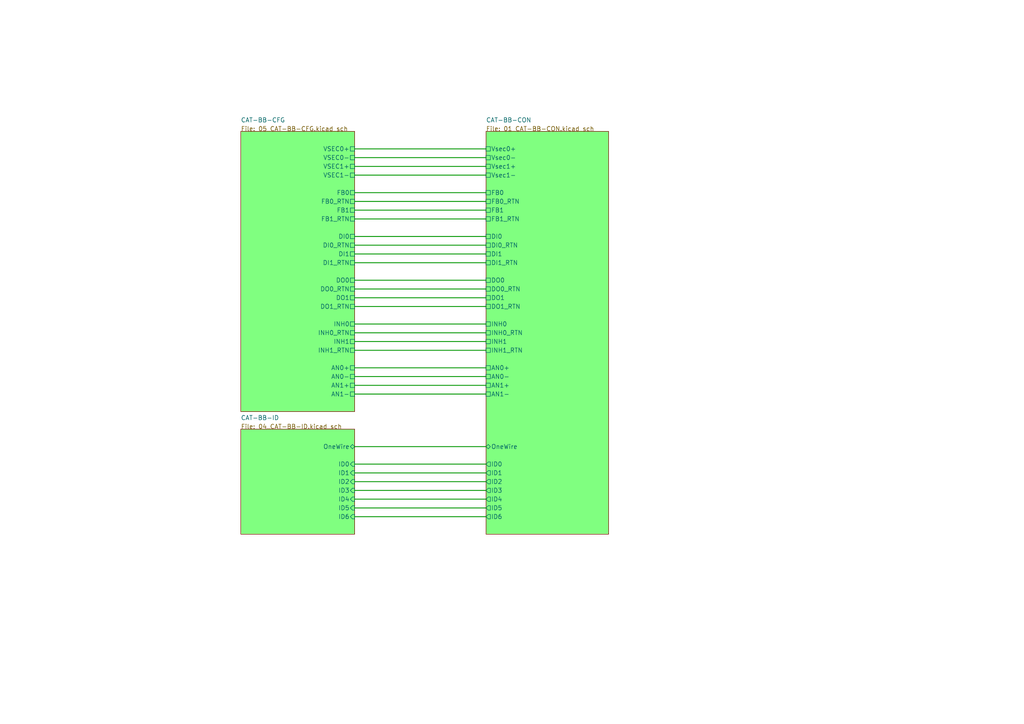
<source format=kicad_sch>
(kicad_sch (version 20211123) (generator eeschema)
  (paper "A4")
  (title_block (title "CAT-Modular Breadboard Breakout Board") (date "16.12.2021") (rev "0.1") (company "DLR e.V. Robert-Hooke Str. 7 28359 Bremen") (comment 1 "C. Strowik"))
  (lib_symbols)
  (wire (pts (xy 102.87 129.54) (xy 140.97 129.54)) (stroke (width 0.254)))
  (wire (pts (xy 102.87 109.22) (xy 140.97 109.22)) (stroke (width 0.254)))
  (wire (pts (xy 102.87 83.82) (xy 140.97 83.82)) (stroke (width 0.254)))
  (wire (pts (xy 102.87 101.6) (xy 140.97 101.6)) (stroke (width 0.254)))
  (wire (pts (xy 102.87 63.5) (xy 140.97 63.5)) (stroke (width 0.254)))
  (wire (pts (xy 102.87 86.36) (xy 140.97 86.36)) (stroke (width 0.254)))
  (wire (pts (xy 102.87 99.06) (xy 140.97 99.06)) (stroke (width 0.254)))
  (wire (pts (xy 102.87 137.16) (xy 140.97 137.16)) (stroke (width 0.254)))
  (wire (pts (xy 102.87 149.86) (xy 140.97 149.86)) (stroke (width 0.254)))
  (wire (pts (xy 102.87 111.76) (xy 140.97 111.76)) (stroke (width 0.254)))
  (wire (pts (xy 102.87 68.58) (xy 140.97 68.58)) (stroke (width 0.254)))
  (wire (pts (xy 102.87 142.24) (xy 140.97 142.24)) (stroke (width 0.254)))
  (wire (pts (xy 102.87 48.26) (xy 140.97 48.26)) (stroke (width 0.254)))
  (wire (pts (xy 102.87 55.88) (xy 140.97 55.88)) (stroke (width 0.254)))
  (wire (pts (xy 102.87 50.8) (xy 140.97 50.8)) (stroke (width 0.254)))
  (wire (pts (xy 102.87 81.28) (xy 140.97 81.28)) (stroke (width 0.254)))
  (wire (pts (xy 102.87 60.96) (xy 140.97 60.96)) (stroke (width 0.254)))
  (wire (pts (xy 102.87 76.2) (xy 140.97 76.2)) (stroke (width 0.254)))
  (wire (pts (xy 102.87 96.52) (xy 140.97 96.52)) (stroke (width 0.254)))
  (wire (pts (xy 102.87 139.7) (xy 140.97 139.7)) (stroke (width 0.254)))
  (wire (pts (xy 102.87 147.32) (xy 140.97 147.32)) (stroke (width 0.254)))
  (wire (pts (xy 102.87 134.62) (xy 140.97 134.62)) (stroke (width 0.254)))
  (wire (pts (xy 102.87 144.78) (xy 140.97 144.78)) (stroke (width 0.254)))
  (wire (pts (xy 102.87 58.42) (xy 140.97 58.42)) (stroke (width 0.254)))
  (wire (pts (xy 102.87 43.18) (xy 140.97 43.18)) (stroke (width 0.254)))
  (wire (pts (xy 102.87 93.98) (xy 140.97 93.98)) (stroke (width 0.254)))
  (wire (pts (xy 102.87 88.9) (xy 140.97 88.9)) (stroke (width 0.254)))
  (wire (pts (xy 102.87 114.3) (xy 140.97 114.3)) (stroke (width 0.254)))
  (wire (pts (xy 102.87 45.72) (xy 140.97 45.72)) (stroke (width 0.254)))
  (wire (pts (xy 102.87 71.12) (xy 140.97 71.12)) (stroke (width 0.254)))
  (wire (pts (xy 102.87 73.66) (xy 140.97 73.66)) (stroke (width 0.254)))
  (wire (pts (xy 102.87 106.68) (xy 140.97 106.68)) (stroke (width 0.254)))
  (sheet (at 69.85 124.46) (size 33.02 30.48) (stroke (width 0) (color 128 0 0 1)) (fill (color 128 255 128 1.0000))
    (property "Sheet name" "CAT-BB-ID" (at 69.85 121.92 0) (effects (justify left bottom)))
    (property "Sheet file" "04_CAT-BB-ID.kicad_sch" (at 69.85 124.46 0) (effects (justify left bottom)))
    (pin "OneWire" bidirectional (at 102.87 129.54 0))
    (pin "ID4" input (at 102.87 144.78 0))
    (pin "ID5" input (at 102.87 147.32 0))
    (pin "ID6" input (at 102.87 149.86 0))
    (pin "ID0" input (at 102.87 134.62 0))
    (pin "ID2" input (at 102.87 139.7 0))
    (pin "ID1" input (at 102.87 137.16 0))
    (pin "ID3" input (at 102.87 142.24 0))
  )
  (sheet (at 69.85 38.1) (size 33.02 81.28) (stroke (width 0) (color 128 0 0 1)) (fill (color 128 255 128 1.0000))
    (property "Sheet name" "CAT-BB-CFG" (at 69.85 35.56 0) (effects (justify left bottom)))
    (property "Sheet file" "05_CAT-BB-CFG.kicad_sch" (at 69.85 38.1 0) (effects (justify left bottom)))
    (pin "VSEC1+" passive (at 102.87 48.26 0))
    (pin "VSEC1-" passive (at 102.87 50.8 0))
    (pin "INH1_RTN" passive (at 102.87 101.6 0))
    (pin "INH0_RTN" passive (at 102.87 96.52 0))
    (pin "AN0+" passive (at 102.87 106.68 0))
    (pin "AN1+" passive (at 102.87 111.76 0))
    (pin "AN0-" passive (at 102.87 109.22 0))
    (pin "AN1-" passive (at 102.87 114.3 0))
    (pin "VSEC0+" passive (at 102.87 43.18 0))
    (pin "VSEC0-" passive (at 102.87 45.72 0))
    (pin "DI0" passive (at 102.87 68.58 0))
    (pin "DO0" passive (at 102.87 81.28 0))
    (pin "DI1" passive (at 102.87 73.66 0))
    (pin "INH1" passive (at 102.87 99.06 0))
    (pin "INH0" passive (at 102.87 93.98 0))
    (pin "DO0_RTN" passive (at 102.87 83.82 0))
    (pin "DO1_RTN" passive (at 102.87 88.9 0))
    (pin "FB1" passive (at 102.87 60.96 0))
    (pin "FB1_RTN" passive (at 102.87 63.5 0))
    (pin "FB0_RTN" passive (at 102.87 58.42 0))
    (pin "FB0" passive (at 102.87 55.88 0))
    (pin "DI1_RTN" passive (at 102.87 76.2 0))
    (pin "DO1" passive (at 102.87 86.36 0))
    (pin "DI0_RTN" passive (at 102.87 71.12 0))
  )
  (sheet (at 140.97 38.1) (size 35.56 116.84) (stroke (width 0) (color 128 0 0 1)) (fill (color 128 255 128 1.0000))
    (property "Sheet name" "CAT-BB-CON" (at 140.97 35.56 0) (effects (justify left bottom)))
    (property "Sheet file" "01_CAT-BB-CON.kicad_sch" (at 140.97 38.1 0) (effects (justify left bottom)))
    (pin "ID6" output (at 140.97 149.86 180))
    (pin "ID5" output (at 140.97 147.32 180))
    (pin "ID4" output (at 140.97 144.78 180))
    (pin "OneWire" bidirectional (at 140.97 129.54 180))
    (pin "ID2" output (at 140.97 139.7 180))
    (pin "ID3" output (at 140.97 142.24 180))
    (pin "ID0" output (at 140.97 134.62 180))
    (pin "ID1" output (at 140.97 137.16 180))
    (pin "FB0" passive (at 140.97 55.88 180))
    (pin "FB1_RTN" passive (at 140.97 63.5 180))
    (pin "FB0_RTN" passive (at 140.97 58.42 180))
    (pin "FB1" passive (at 140.97 60.96 180))
    (pin "DO1_RTN" passive (at 140.97 88.9 180))
    (pin "DI1" passive (at 140.97 73.66 180))
    (pin "DI1_RTN" passive (at 140.97 76.2 180))
    (pin "DI0" passive (at 140.97 68.58 180))
    (pin "INH1_RTN" passive (at 140.97 101.6 180))
    (pin "INH0_RTN" passive (at 140.97 96.52 180))
    (pin "INH1" passive (at 140.97 99.06 180))
    (pin "INH0" passive (at 140.97 93.98 180))
    (pin "DO0_RTN" passive (at 140.97 83.82 180))
    (pin "DO1" passive (at 140.97 86.36 180))
    (pin "AN1-" passive (at 140.97 114.3 180))
    (pin "DO0" passive (at 140.97 81.28 180))
    (pin "DI0_RTN" passive (at 140.97 71.12 180))
    (pin "AN1+" passive (at 140.97 111.76 180))
    (pin "AN0-" passive (at 140.97 109.22 180))
    (pin "AN0+" passive (at 140.97 106.68 180))
    (pin "Vsec1-" passive (at 140.97 50.8 180))
    (pin "Vsec0-" passive (at 140.97 45.72 180))
    (pin "Vsec0+" passive (at 140.97 43.18 180))
    (pin "Vsec1+" passive (at 140.97 48.26 180))
  )
)
</source>
